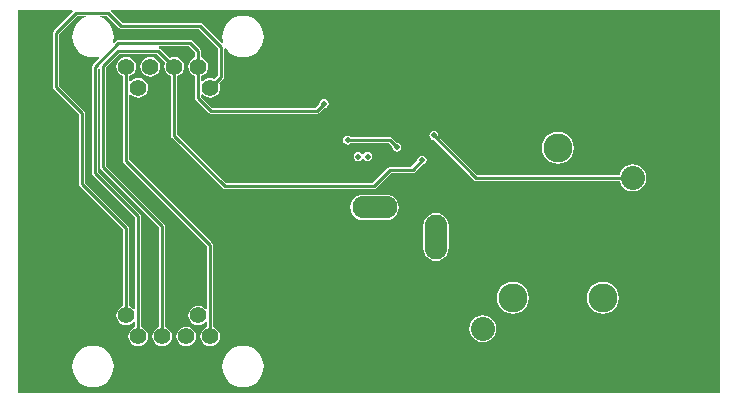
<source format=gbl>
G04*
G04 #@! TF.GenerationSoftware,Altium Limited,Altium Designer,20.2.4 (192)*
G04*
G04 Layer_Physical_Order=4*
G04 Layer_Color=16711680*
%FSLAX25Y25*%
%MOIN*%
G70*
G04*
G04 #@! TF.SameCoordinates,A5F6943D-DC98-46DD-BCD6-D067057649BF*
G04*
G04*
G04 #@! TF.FilePolarity,Positive*
G04*
G01*
G75*
%ADD10C,0.01000*%
%ADD39C,0.08200*%
%ADD40C,0.05500*%
%ADD41C,0.08000*%
%ADD42C,0.09600*%
%ADD43O,0.07480X0.14961*%
%ADD44O,0.14961X0.07480*%
%ADD45C,0.02000*%
G36*
X294256Y40390D02*
X60075D01*
Y168272D01*
X78328D01*
X78535Y167772D01*
X72114Y161351D01*
X71893Y161020D01*
X71815Y160630D01*
Y142520D01*
X71893Y142130D01*
X72114Y141799D01*
X80476Y133436D01*
Y110236D01*
X80554Y109846D01*
X80775Y109515D01*
X95217Y95074D01*
Y69466D01*
X94597Y69209D01*
X93918Y68688D01*
X93397Y68009D01*
X93070Y67219D01*
X92958Y66370D01*
X93070Y65522D01*
X93397Y64731D01*
X93918Y64052D01*
X94597Y63531D01*
X95388Y63204D01*
X96236Y63092D01*
X97085Y63204D01*
X97875Y63531D01*
X98554Y64052D01*
X98717Y64264D01*
X99217Y64094D01*
Y62466D01*
X98597Y62209D01*
X97918Y61688D01*
X97397Y61009D01*
X97070Y60219D01*
X96958Y59370D01*
X97070Y58522D01*
X97397Y57731D01*
X97918Y57052D01*
X98597Y56531D01*
X99388Y56204D01*
X100236Y56092D01*
X101085Y56204D01*
X101875Y56531D01*
X102554Y57052D01*
X103075Y57731D01*
X103403Y58522D01*
X103514Y59370D01*
X103403Y60219D01*
X103075Y61009D01*
X102554Y61688D01*
X101875Y62209D01*
X101256Y62466D01*
Y99370D01*
X101178Y99760D01*
X100957Y100091D01*
X86846Y114202D01*
Y148646D01*
X87063Y148815D01*
X87563Y148570D01*
Y115748D01*
X87641Y115358D01*
X87862Y115027D01*
X107217Y95672D01*
Y62466D01*
X106597Y62209D01*
X105918Y61688D01*
X105397Y61009D01*
X105070Y60219D01*
X104958Y59370D01*
X105070Y58522D01*
X105397Y57731D01*
X105918Y57052D01*
X106597Y56531D01*
X107388Y56204D01*
X108236Y56092D01*
X109085Y56204D01*
X109875Y56531D01*
X110554Y57052D01*
X111075Y57731D01*
X111403Y58522D01*
X111514Y59370D01*
X111403Y60219D01*
X111075Y61009D01*
X110554Y61688D01*
X109875Y62209D01*
X109256Y62466D01*
Y96095D01*
X109178Y96485D01*
X108957Y96815D01*
X89602Y116170D01*
Y149184D01*
X94028Y153610D01*
X106476D01*
X109326Y150759D01*
X109070Y150140D01*
X108958Y149291D01*
X109070Y148443D01*
X109397Y147652D01*
X109918Y146973D01*
X110597Y146452D01*
X111217Y146196D01*
Y126347D01*
X111294Y125956D01*
X111515Y125626D01*
X128413Y108728D01*
X128744Y108507D01*
X129134Y108429D01*
X178740D01*
X179130Y108507D01*
X179461Y108728D01*
X184674Y113941D01*
X191732D01*
X192122Y114019D01*
X192453Y114240D01*
X194809Y116595D01*
X194882Y116581D01*
X195467Y116697D01*
X195963Y117029D01*
X196295Y117525D01*
X196411Y118110D01*
X196295Y118695D01*
X195963Y119192D01*
X195467Y119523D01*
X194882Y119640D01*
X194297Y119523D01*
X193800Y119192D01*
X193469Y118695D01*
X193352Y118110D01*
X193367Y118037D01*
X191310Y115980D01*
X184252D01*
X183862Y115903D01*
X183531Y115682D01*
X178318Y110468D01*
X129556D01*
X113256Y126769D01*
Y146196D01*
X113875Y146452D01*
X114554Y146973D01*
X115075Y147652D01*
X115403Y148443D01*
X115514Y149291D01*
X115403Y150140D01*
X115075Y150930D01*
X114554Y151609D01*
X113875Y152130D01*
X113085Y152458D01*
X112236Y152569D01*
X111388Y152458D01*
X110768Y152201D01*
X107619Y155350D01*
X107289Y155571D01*
X107358Y156067D01*
X117294D01*
X119217Y154145D01*
Y152387D01*
X118597Y152130D01*
X117918Y151609D01*
X117397Y150930D01*
X117070Y150140D01*
X116958Y149291D01*
X117070Y148443D01*
X117397Y147652D01*
X117918Y146973D01*
X118597Y146452D01*
X119217Y146196D01*
Y138819D01*
X119294Y138429D01*
X119515Y138098D01*
X123688Y133925D01*
X124019Y133704D01*
X124409Y133626D01*
X159843D01*
X160233Y133704D01*
X160564Y133925D01*
X162132Y135493D01*
X162205Y135478D01*
X162790Y135595D01*
X163286Y135926D01*
X163618Y136423D01*
X163734Y137008D01*
X163618Y137593D01*
X163286Y138089D01*
X162790Y138421D01*
X162205Y138537D01*
X161619Y138421D01*
X161123Y138089D01*
X160792Y137593D01*
X160675Y137008D01*
X160690Y136935D01*
X159420Y135665D01*
X124832D01*
X121256Y139241D01*
Y140015D01*
X121756Y140185D01*
X121918Y139973D01*
X122597Y139453D01*
X123388Y139125D01*
X124236Y139013D01*
X125085Y139125D01*
X125875Y139453D01*
X126554Y139973D01*
X127075Y140652D01*
X127403Y141443D01*
X127514Y142291D01*
X127403Y143140D01*
X127146Y143759D01*
X128674Y145287D01*
X128895Y145618D01*
X128972Y146008D01*
Y155312D01*
X129471Y155439D01*
X130334Y154389D01*
X131384Y153526D01*
X132583Y152886D01*
X133884Y152491D01*
X135236Y152358D01*
X136589Y152491D01*
X137890Y152886D01*
X139088Y153526D01*
X140139Y154389D01*
X141001Y155439D01*
X141642Y156638D01*
X142036Y157939D01*
X142170Y159291D01*
X142036Y160644D01*
X141642Y161945D01*
X141001Y163143D01*
X140139Y164194D01*
X139088Y165056D01*
X137890Y165697D01*
X136589Y166092D01*
X135236Y166225D01*
X133884Y166092D01*
X132583Y165697D01*
X131384Y165056D01*
X130334Y164194D01*
X129471Y163143D01*
X128831Y161945D01*
X128436Y160644D01*
X128303Y159291D01*
X128436Y157939D01*
X128596Y157411D01*
X128154Y157146D01*
X121587Y163713D01*
X121256Y163934D01*
X120866Y164012D01*
X94911D01*
X91150Y167772D01*
X91357Y168272D01*
X294256D01*
X294256Y40390D01*
D02*
G37*
G36*
X93767Y162271D02*
X94098Y162050D01*
X94488Y161972D01*
X120444D01*
X126933Y155483D01*
Y146430D01*
X125704Y145201D01*
X125085Y145458D01*
X124236Y145569D01*
X123388Y145458D01*
X122597Y145130D01*
X121918Y144609D01*
X121756Y144397D01*
X121256Y144567D01*
Y146196D01*
X121875Y146452D01*
X122554Y146973D01*
X123075Y147652D01*
X123403Y148443D01*
X123514Y149291D01*
X123403Y150140D01*
X123075Y150930D01*
X122554Y151609D01*
X121875Y152130D01*
X121256Y152387D01*
Y154567D01*
X121178Y154957D01*
X120957Y155288D01*
X118438Y157808D01*
X118107Y158029D01*
X117717Y158106D01*
X93701D01*
X93311Y158029D01*
X92980Y157808D01*
X92318Y157146D01*
X91876Y157411D01*
X92036Y157939D01*
X92170Y159291D01*
X92036Y160644D01*
X91642Y161945D01*
X91001Y163143D01*
X90139Y164194D01*
X89088Y165056D01*
X87889Y165697D01*
X87539Y165803D01*
X87613Y166303D01*
X89735D01*
X93767Y162271D01*
D02*
G37*
G36*
X82933Y165803D02*
X82583Y165697D01*
X81384Y165056D01*
X80334Y164194D01*
X79471Y163143D01*
X78831Y161945D01*
X78436Y160644D01*
X78303Y159291D01*
X78436Y157939D01*
X78831Y156638D01*
X79471Y155439D01*
X80334Y154389D01*
X81384Y153526D01*
X82583Y152886D01*
X83884Y152491D01*
X85236Y152358D01*
X86589Y152491D01*
X87116Y152651D01*
X87381Y152209D01*
X85106Y149934D01*
X84885Y149603D01*
X84807Y149213D01*
Y113779D01*
X84885Y113389D01*
X85106Y113059D01*
X99217Y98948D01*
Y68646D01*
X98717Y68476D01*
X98554Y68688D01*
X97875Y69209D01*
X97256Y69466D01*
Y95496D01*
X97178Y95886D01*
X96957Y96217D01*
X82516Y110659D01*
Y133858D01*
X82438Y134248D01*
X82217Y134579D01*
X73854Y142942D01*
Y160208D01*
X79950Y166303D01*
X82859D01*
X82933Y165803D01*
D02*
G37*
%LPC*%
G36*
X104236Y152569D02*
X103388Y152458D01*
X102597Y152130D01*
X101918Y151609D01*
X101397Y150930D01*
X101070Y150140D01*
X100958Y149291D01*
X101070Y148443D01*
X101397Y147652D01*
X101918Y146973D01*
X102597Y146452D01*
X103388Y146125D01*
X104236Y146013D01*
X105085Y146125D01*
X105875Y146452D01*
X106554Y146973D01*
X107075Y147652D01*
X107403Y148443D01*
X107514Y149291D01*
X107403Y150140D01*
X107075Y150930D01*
X106554Y151609D01*
X105875Y152130D01*
X105085Y152458D01*
X104236Y152569D01*
D02*
G37*
G36*
X96236D02*
X95388Y152458D01*
X94597Y152130D01*
X93918Y151609D01*
X93397Y150930D01*
X93070Y150140D01*
X92958Y149291D01*
X93070Y148443D01*
X93397Y147652D01*
X93918Y146973D01*
X94597Y146452D01*
X95217Y146196D01*
Y117937D01*
X95294Y117547D01*
X95515Y117216D01*
X123217Y89515D01*
Y68646D01*
X122717Y68476D01*
X122554Y68688D01*
X121875Y69209D01*
X121085Y69536D01*
X120236Y69648D01*
X119388Y69536D01*
X118597Y69209D01*
X117918Y68688D01*
X117397Y68009D01*
X117070Y67219D01*
X116958Y66370D01*
X117070Y65522D01*
X117397Y64731D01*
X117918Y64052D01*
X118597Y63531D01*
X119388Y63204D01*
X120236Y63092D01*
X121085Y63204D01*
X121875Y63531D01*
X122554Y64052D01*
X122717Y64264D01*
X123217Y64094D01*
Y62466D01*
X122597Y62209D01*
X121918Y61688D01*
X121397Y61009D01*
X121070Y60219D01*
X120958Y59370D01*
X121070Y58522D01*
X121397Y57731D01*
X121918Y57052D01*
X122597Y56531D01*
X123388Y56204D01*
X124236Y56092D01*
X125085Y56204D01*
X125875Y56531D01*
X126554Y57052D01*
X127075Y57731D01*
X127403Y58522D01*
X127514Y59370D01*
X127403Y60219D01*
X127075Y61009D01*
X126554Y61688D01*
X125875Y62209D01*
X125256Y62466D01*
Y89937D01*
X125178Y90327D01*
X124957Y90658D01*
X97256Y118359D01*
Y140015D01*
X97756Y140185D01*
X97918Y139973D01*
X98597Y139453D01*
X99388Y139125D01*
X100236Y139013D01*
X101085Y139125D01*
X101875Y139453D01*
X102554Y139973D01*
X103075Y140652D01*
X103403Y141443D01*
X103514Y142291D01*
X103403Y143140D01*
X103075Y143930D01*
X102554Y144609D01*
X101875Y145130D01*
X101085Y145458D01*
X100236Y145569D01*
X99388Y145458D01*
X98597Y145130D01*
X97918Y144609D01*
X97756Y144397D01*
X97256Y144567D01*
Y146196D01*
X97875Y146452D01*
X98554Y146973D01*
X99075Y147652D01*
X99403Y148443D01*
X99514Y149291D01*
X99403Y150140D01*
X99075Y150930D01*
X98554Y151609D01*
X97875Y152130D01*
X97085Y152458D01*
X96236Y152569D01*
D02*
G37*
G36*
X170079Y126332D02*
X169493Y126216D01*
X168997Y125885D01*
X168666Y125388D01*
X168549Y124803D01*
X168666Y124218D01*
X168997Y123722D01*
X169493Y123390D01*
X170079Y123274D01*
X170664Y123390D01*
X171160Y123722D01*
X171202Y123784D01*
X183730D01*
X184991Y122523D01*
X184976Y122450D01*
X185093Y121865D01*
X185424Y121369D01*
X185921Y121037D01*
X186506Y120921D01*
X187091Y121037D01*
X187587Y121369D01*
X187919Y121865D01*
X188035Y122450D01*
X187919Y123035D01*
X187587Y123531D01*
X187091Y123863D01*
X186506Y123979D01*
X186433Y123965D01*
X184874Y125524D01*
X184543Y125745D01*
X184153Y125823D01*
X171202D01*
X171160Y125885D01*
X170664Y126216D01*
X170079Y126332D01*
D02*
G37*
G36*
X176740Y120821D02*
X176155Y120704D01*
X175659Y120373D01*
X175465Y120083D01*
X174897D01*
X174704Y120373D01*
X174207Y120704D01*
X173622Y120821D01*
X173037Y120704D01*
X172541Y120373D01*
X172209Y119877D01*
X172093Y119291D01*
X172209Y118706D01*
X172541Y118210D01*
X173037Y117878D01*
X173622Y117762D01*
X174207Y117878D01*
X174704Y118210D01*
X174897Y118500D01*
X175465D01*
X175659Y118210D01*
X176155Y117878D01*
X176740Y117762D01*
X177325Y117878D01*
X177822Y118210D01*
X178153Y118706D01*
X178270Y119291D01*
X178153Y119877D01*
X177822Y120373D01*
X177325Y120704D01*
X176740Y120821D01*
D02*
G37*
G36*
X240158Y127616D02*
X238774Y127434D01*
X237485Y126900D01*
X236378Y126050D01*
X235528Y124943D01*
X234994Y123654D01*
X234812Y122270D01*
X234994Y120887D01*
X235528Y119597D01*
X236378Y118490D01*
X237485Y117640D01*
X238774Y117106D01*
X240158Y116924D01*
X241541Y117106D01*
X242830Y117640D01*
X243937Y118490D01*
X244787Y119597D01*
X245321Y120887D01*
X245503Y122270D01*
X245321Y123654D01*
X244787Y124943D01*
X243937Y126050D01*
X242830Y126900D01*
X241541Y127434D01*
X240158Y127616D01*
D02*
G37*
G36*
X198819Y127907D02*
X198234Y127791D01*
X197738Y127459D01*
X197406Y126963D01*
X197290Y126378D01*
X197406Y125793D01*
X197738Y125296D01*
X198234Y124965D01*
X198819Y124849D01*
X198892Y124863D01*
X212206Y111549D01*
X212537Y111328D01*
X212927Y111250D01*
X260753D01*
X260773Y111095D01*
X261227Y110001D01*
X261948Y109061D01*
X262888Y108339D01*
X263983Y107886D01*
X265158Y107731D01*
X266332Y107886D01*
X267427Y108339D01*
X268367Y109061D01*
X269088Y110001D01*
X269542Y111095D01*
X269696Y112270D01*
X269542Y113445D01*
X269088Y114540D01*
X268367Y115480D01*
X267427Y116201D01*
X266332Y116654D01*
X265158Y116809D01*
X263983Y116654D01*
X262888Y116201D01*
X261948Y115480D01*
X261227Y114540D01*
X260773Y113445D01*
X260753Y113290D01*
X213349D01*
X200334Y126305D01*
X200348Y126378D01*
X200232Y126963D01*
X199900Y127459D01*
X199404Y127791D01*
X198819Y127907D01*
D02*
G37*
G36*
X182803Y106667D02*
X175323D01*
X174216Y106521D01*
X173185Y106094D01*
X172299Y105414D01*
X171619Y104528D01*
X171192Y103497D01*
X171046Y102390D01*
X171192Y101283D01*
X171619Y100251D01*
X172299Y99366D01*
X173185Y98686D01*
X174216Y98259D01*
X175323Y98113D01*
X182803D01*
X183910Y98259D01*
X184941Y98686D01*
X185827Y99366D01*
X186507Y100251D01*
X186934Y101283D01*
X187080Y102390D01*
X186934Y103497D01*
X186507Y104528D01*
X185827Y105414D01*
X184941Y106094D01*
X183910Y106521D01*
X182803Y106667D01*
D02*
G37*
G36*
X199535Y100564D02*
X198428Y100418D01*
X197397Y99991D01*
X196511Y99312D01*
X195832Y98426D01*
X195404Y97394D01*
X195259Y96287D01*
Y88807D01*
X195404Y87700D01*
X195832Y86669D01*
X196511Y85783D01*
X197397Y85103D01*
X198428Y84676D01*
X199535Y84530D01*
X200642Y84676D01*
X201674Y85103D01*
X202559Y85783D01*
X203239Y86669D01*
X203666Y87700D01*
X203812Y88807D01*
Y96287D01*
X203666Y97394D01*
X203239Y98426D01*
X202559Y99312D01*
X201674Y99991D01*
X200642Y100418D01*
X199535Y100564D01*
D02*
G37*
G36*
X255157Y77616D02*
X253774Y77434D01*
X252485Y76900D01*
X251378Y76050D01*
X250528Y74943D01*
X249994Y73654D01*
X249812Y72270D01*
X249994Y70886D01*
X250528Y69597D01*
X251378Y68490D01*
X252485Y67641D01*
X253774Y67106D01*
X255157Y66924D01*
X256541Y67106D01*
X257830Y67641D01*
X258938Y68490D01*
X259787Y69597D01*
X260321Y70886D01*
X260503Y72270D01*
X260321Y73654D01*
X259787Y74943D01*
X258938Y76050D01*
X257830Y76900D01*
X256541Y77434D01*
X255157Y77616D01*
D02*
G37*
G36*
X225157D02*
X223774Y77434D01*
X222485Y76900D01*
X221377Y76050D01*
X220528Y74943D01*
X219994Y73654D01*
X219812Y72270D01*
X219994Y70886D01*
X220528Y69597D01*
X221377Y68490D01*
X222485Y67641D01*
X223774Y67106D01*
X225157Y66924D01*
X226541Y67106D01*
X227830Y67641D01*
X228938Y68490D01*
X229787Y69597D01*
X230321Y70886D01*
X230503Y72270D01*
X230321Y73654D01*
X229787Y74943D01*
X228938Y76050D01*
X227830Y76900D01*
X226541Y77434D01*
X225157Y77616D01*
D02*
G37*
G36*
X215158Y66509D02*
X213983Y66354D01*
X212888Y65901D01*
X211948Y65180D01*
X211227Y64240D01*
X210773Y63145D01*
X210619Y61970D01*
X210773Y60795D01*
X211227Y59701D01*
X211948Y58761D01*
X212888Y58039D01*
X213983Y57586D01*
X215158Y57431D01*
X216332Y57586D01*
X217427Y58039D01*
X218367Y58761D01*
X219088Y59701D01*
X219542Y60795D01*
X219696Y61970D01*
X219542Y63145D01*
X219088Y64240D01*
X218367Y65180D01*
X217427Y65901D01*
X216332Y66354D01*
X215158Y66509D01*
D02*
G37*
G36*
X116236Y62648D02*
X115388Y62536D01*
X114597Y62209D01*
X113918Y61688D01*
X113397Y61009D01*
X113070Y60219D01*
X112958Y59370D01*
X113070Y58522D01*
X113397Y57731D01*
X113918Y57052D01*
X114597Y56531D01*
X115388Y56204D01*
X116236Y56092D01*
X117085Y56204D01*
X117875Y56531D01*
X118554Y57052D01*
X119075Y57731D01*
X119403Y58522D01*
X119514Y59370D01*
X119403Y60219D01*
X119075Y61009D01*
X118554Y61688D01*
X117875Y62209D01*
X117085Y62536D01*
X116236Y62648D01*
D02*
G37*
G36*
X135236Y56304D02*
X133884Y56170D01*
X132583Y55776D01*
X131384Y55135D01*
X130334Y54273D01*
X129471Y53222D01*
X128831Y52023D01*
X128436Y50723D01*
X128303Y49370D01*
X128436Y48017D01*
X128831Y46717D01*
X129471Y45518D01*
X130334Y44467D01*
X131384Y43605D01*
X132583Y42965D01*
X133884Y42570D01*
X135236Y42437D01*
X136589Y42570D01*
X137890Y42965D01*
X139088Y43605D01*
X140139Y44467D01*
X141001Y45518D01*
X141642Y46717D01*
X142036Y48017D01*
X142170Y49370D01*
X142036Y50723D01*
X141642Y52023D01*
X141001Y53222D01*
X140139Y54273D01*
X139088Y55135D01*
X137890Y55776D01*
X136589Y56170D01*
X135236Y56304D01*
D02*
G37*
G36*
X85236D02*
X83884Y56170D01*
X82583Y55776D01*
X81384Y55135D01*
X80334Y54273D01*
X79471Y53222D01*
X78831Y52023D01*
X78436Y50723D01*
X78303Y49370D01*
X78436Y48017D01*
X78831Y46717D01*
X79471Y45518D01*
X80334Y44467D01*
X81384Y43605D01*
X82583Y42965D01*
X83884Y42570D01*
X85236Y42437D01*
X86589Y42570D01*
X87889Y42965D01*
X89088Y43605D01*
X90139Y44467D01*
X91001Y45518D01*
X91642Y46717D01*
X92036Y48017D01*
X92170Y49370D01*
X92036Y50723D01*
X91642Y52023D01*
X91001Y53222D01*
X90139Y54273D01*
X89088Y55135D01*
X87889Y55776D01*
X86589Y56170D01*
X85236Y56304D01*
D02*
G37*
%LPD*%
D10*
X96236Y117937D02*
X124236Y89937D01*
Y59370D02*
Y89937D01*
X120866Y162992D02*
X127953Y155905D01*
X90158Y167323D02*
X94488Y162992D01*
X120866D01*
X170079Y124803D02*
X184153D01*
X186506Y122450D01*
X212927Y112270D02*
X265158D01*
X198819Y126378D02*
X212927Y112270D01*
X129134Y109449D02*
X178740D01*
X184252Y114961D01*
X191732D02*
X194882Y118110D01*
X184252Y114961D02*
X191732D01*
X112236Y126347D02*
X129134Y109449D01*
X88583Y115748D02*
Y149606D01*
Y115748D02*
X108236Y96095D01*
X88583Y149606D02*
X93606Y154629D01*
X106898D01*
X85827Y113779D02*
Y149213D01*
X93701Y157087D01*
X117717D01*
X106898Y154629D02*
X112236Y149291D01*
X79528Y167323D02*
X90158D01*
X127953Y146008D02*
Y155905D01*
X124236Y142291D02*
X127953Y146008D01*
X81496Y110236D02*
Y133858D01*
X72835Y142520D02*
X81496Y133858D01*
X72835Y160630D02*
X79528Y167323D01*
X72835Y142520D02*
Y160630D01*
X81496Y110236D02*
X96236Y95496D01*
Y66370D02*
Y95496D01*
X159843Y134646D02*
X162205Y137008D01*
X124409Y134646D02*
X159843D01*
X120236Y138819D02*
X124409Y134646D01*
X120236Y138819D02*
Y149291D01*
X112236Y126347D02*
Y149291D01*
X117717Y157087D02*
X120236Y154567D01*
Y149291D02*
Y154567D01*
X85827Y113779D02*
X100236Y99370D01*
Y59370D02*
Y99370D01*
X96236Y117937D02*
Y149291D01*
X108236Y59370D02*
Y96095D01*
D39*
X78236Y145791D02*
D03*
X142236D02*
D03*
X78236Y62870D02*
D03*
X142236D02*
D03*
D40*
X124236Y142291D02*
D03*
X120236Y149291D02*
D03*
X116236Y142291D02*
D03*
X112236Y149291D02*
D03*
X108236Y142291D02*
D03*
X104236Y149291D02*
D03*
X100236Y142291D02*
D03*
X96236Y149291D02*
D03*
X124236Y59370D02*
D03*
X120236Y66370D02*
D03*
X116236Y59370D02*
D03*
X112236Y66370D02*
D03*
X108236Y59370D02*
D03*
X104236Y66370D02*
D03*
X100236Y59370D02*
D03*
X96236Y66370D02*
D03*
D41*
X265158Y112270D02*
D03*
X240158Y61970D02*
D03*
X215158D02*
D03*
D42*
X255157Y72270D02*
D03*
X225157D02*
D03*
X240158Y122270D02*
D03*
D43*
X199535Y92547D02*
D03*
D44*
X179063Y102390D02*
D03*
Y48453D02*
D03*
D45*
X134252Y150000D02*
D03*
X135827Y146850D02*
D03*
X104331Y54724D02*
D03*
X111811D02*
D03*
X120472Y55118D02*
D03*
X120079Y70866D02*
D03*
X112205Y70866D02*
D03*
X100000Y152362D02*
D03*
X105512Y160236D02*
D03*
X118898Y160630D02*
D03*
X111417D02*
D03*
X135039Y120079D02*
D03*
X130709Y130709D02*
D03*
Y137402D02*
D03*
Y141339D02*
D03*
X135827Y141732D02*
D03*
X283465Y153543D02*
D03*
Y129921D02*
D03*
Y106299D02*
D03*
X289370Y94488D02*
D03*
X283465Y82677D02*
D03*
X289370Y70866D02*
D03*
X283465Y59055D02*
D03*
X271654Y153543D02*
D03*
X277559Y141732D02*
D03*
X271654Y129921D02*
D03*
X277559Y118110D02*
D03*
X271654Y106299D02*
D03*
X277559Y94488D02*
D03*
X271654Y82677D02*
D03*
X277559Y70866D02*
D03*
X271654Y59055D02*
D03*
X259842Y129921D02*
D03*
Y106299D02*
D03*
X265748Y94488D02*
D03*
X259842Y82677D02*
D03*
X265748Y70866D02*
D03*
X259842Y59055D02*
D03*
X248031Y153543D02*
D03*
X253937Y141732D02*
D03*
X248031Y129921D02*
D03*
X253937Y118110D02*
D03*
X248031Y106299D02*
D03*
X253937Y94488D02*
D03*
X248031Y82677D02*
D03*
Y59055D02*
D03*
X236220Y153543D02*
D03*
X242126Y141732D02*
D03*
X236220Y129921D02*
D03*
Y106299D02*
D03*
X242126Y94488D02*
D03*
X236220Y82677D02*
D03*
X242126Y70866D02*
D03*
X224409Y153543D02*
D03*
X230315Y141732D02*
D03*
X224409Y129921D02*
D03*
X230315Y118110D02*
D03*
X224409Y106299D02*
D03*
X230315Y94488D02*
D03*
X224409Y82677D02*
D03*
Y59055D02*
D03*
X212598Y153543D02*
D03*
X218504Y141732D02*
D03*
X212598Y129921D02*
D03*
X218504Y118110D02*
D03*
X212598Y106299D02*
D03*
X218504Y94488D02*
D03*
X212598Y82677D02*
D03*
X218504Y70866D02*
D03*
X200787Y153543D02*
D03*
X206693Y141732D02*
D03*
X200787Y129921D02*
D03*
Y106299D02*
D03*
X206693Y94488D02*
D03*
X200787Y82677D02*
D03*
X206693Y70866D02*
D03*
X200787Y59055D02*
D03*
X188976Y153543D02*
D03*
X194882Y141732D02*
D03*
X188976Y129921D02*
D03*
Y106299D02*
D03*
Y82677D02*
D03*
X194882Y70866D02*
D03*
X188976Y59055D02*
D03*
X177165Y153543D02*
D03*
X183071Y141732D02*
D03*
X177165Y129921D02*
D03*
X183071Y94488D02*
D03*
X177165Y82677D02*
D03*
X183071Y70866D02*
D03*
X177165Y59055D02*
D03*
X165354Y153543D02*
D03*
Y106299D02*
D03*
X171260Y94488D02*
D03*
X165354Y82677D02*
D03*
X171260Y70866D02*
D03*
X165354Y59055D02*
D03*
X153543Y153543D02*
D03*
Y129921D02*
D03*
Y106299D02*
D03*
X159449Y94488D02*
D03*
X153543Y82677D02*
D03*
X159449Y70866D02*
D03*
X153543Y59055D02*
D03*
X141732Y153543D02*
D03*
X147638Y141732D02*
D03*
X141732Y129921D02*
D03*
Y106299D02*
D03*
X147638Y94488D02*
D03*
X141732Y82677D02*
D03*
X147638Y70866D02*
D03*
X129921Y106299D02*
D03*
X135827Y94488D02*
D03*
X129921Y82677D02*
D03*
X135827Y70866D02*
D03*
X118110Y153543D02*
D03*
Y129921D02*
D03*
X124016Y118110D02*
D03*
Y94488D02*
D03*
X106299Y129921D02*
D03*
X112205Y118110D02*
D03*
Y94488D02*
D03*
X100394Y118110D02*
D03*
X94488Y59055D02*
D03*
X88583Y94488D02*
D03*
X82677Y82677D02*
D03*
X88583Y70866D02*
D03*
X82677Y59055D02*
D03*
X139370Y124016D02*
D03*
X92520Y143701D02*
D03*
X124803Y151575D02*
D03*
X112205Y154331D02*
D03*
X149606Y124016D02*
D03*
X131496D02*
D03*
X130709Y146457D02*
D03*
X144882Y118504D02*
D03*
X161811Y113779D02*
D03*
X170079D02*
D03*
X150000Y113386D02*
D03*
X142126D02*
D03*
X132677D02*
D03*
X122047Y112205D02*
D03*
X118110Y108268D02*
D03*
X124130Y104704D02*
D03*
X120079Y100394D02*
D03*
Y88583D02*
D03*
Y80709D02*
D03*
X106299Y112205D02*
D03*
X100394Y125984D02*
D03*
X108268Y100394D02*
D03*
X102362Y106299D02*
D03*
X96457Y112205D02*
D03*
X92520Y118110D02*
D03*
Y125984D02*
D03*
Y133858D02*
D03*
X100394Y137008D02*
D03*
X153150Y118504D02*
D03*
X112992Y104724D02*
D03*
X112205Y81890D02*
D03*
X170472Y118504D02*
D03*
X173622Y119291D02*
D03*
X186614Y109843D02*
D03*
X174803Y112992D02*
D03*
X176740Y119291D02*
D03*
X70866Y165354D02*
D03*
X102362D02*
D03*
X110236D02*
D03*
X118110D02*
D03*
X125984D02*
D03*
X141732D02*
D03*
X149606D02*
D03*
X157480D02*
D03*
X165354D02*
D03*
X173228D02*
D03*
X181102D02*
D03*
X188976D02*
D03*
X196850D02*
D03*
X204724D02*
D03*
X212598D02*
D03*
X220472D02*
D03*
X228346D02*
D03*
X236220D02*
D03*
X244094D02*
D03*
X251968D02*
D03*
X259842D02*
D03*
X267716D02*
D03*
X275590D02*
D03*
X283464D02*
D03*
X62992D02*
D03*
X283464Y43307D02*
D03*
X275590D02*
D03*
X267716D02*
D03*
X259842D02*
D03*
X251968D02*
D03*
X244094D02*
D03*
X236220D02*
D03*
X228346D02*
D03*
X220472D02*
D03*
X212598D02*
D03*
X204724D02*
D03*
X196850D02*
D03*
X188976D02*
D03*
X181102D02*
D03*
X173228D02*
D03*
X165354D02*
D03*
X157480D02*
D03*
X149606D02*
D03*
X141732D02*
D03*
X125984D02*
D03*
X118110D02*
D03*
X110236D02*
D03*
X102362D02*
D03*
X94488D02*
D03*
X78740D02*
D03*
X70866D02*
D03*
X189764Y118898D02*
D03*
X181890Y119291D02*
D03*
X107480Y137008D02*
D03*
X129528Y118898D02*
D03*
X194882Y118110D02*
D03*
X186506Y122450D02*
D03*
X167323Y131496D02*
D03*
X180709Y146850D02*
D03*
X162205Y137008D02*
D03*
X158268D02*
D03*
X170079Y124803D02*
D03*
X198819Y126378D02*
D03*
X291339Y165354D02*
D03*
Y157480D02*
D03*
Y149606D02*
D03*
Y141732D02*
D03*
Y133858D02*
D03*
Y125984D02*
D03*
Y118110D02*
D03*
Y110236D02*
D03*
Y98425D02*
D03*
Y90551D02*
D03*
Y82677D02*
D03*
Y74803D02*
D03*
Y66929D02*
D03*
Y59055D02*
D03*
Y51181D02*
D03*
Y43307D02*
D03*
Y104331D02*
D03*
X62992D02*
D03*
Y157480D02*
D03*
Y149606D02*
D03*
Y141732D02*
D03*
Y133858D02*
D03*
Y125984D02*
D03*
Y118110D02*
D03*
Y110236D02*
D03*
Y98425D02*
D03*
Y90551D02*
D03*
Y82677D02*
D03*
Y74803D02*
D03*
Y66929D02*
D03*
Y59055D02*
D03*
Y51181D02*
D03*
Y43307D02*
D03*
X257480Y148031D02*
D03*
M02*

</source>
